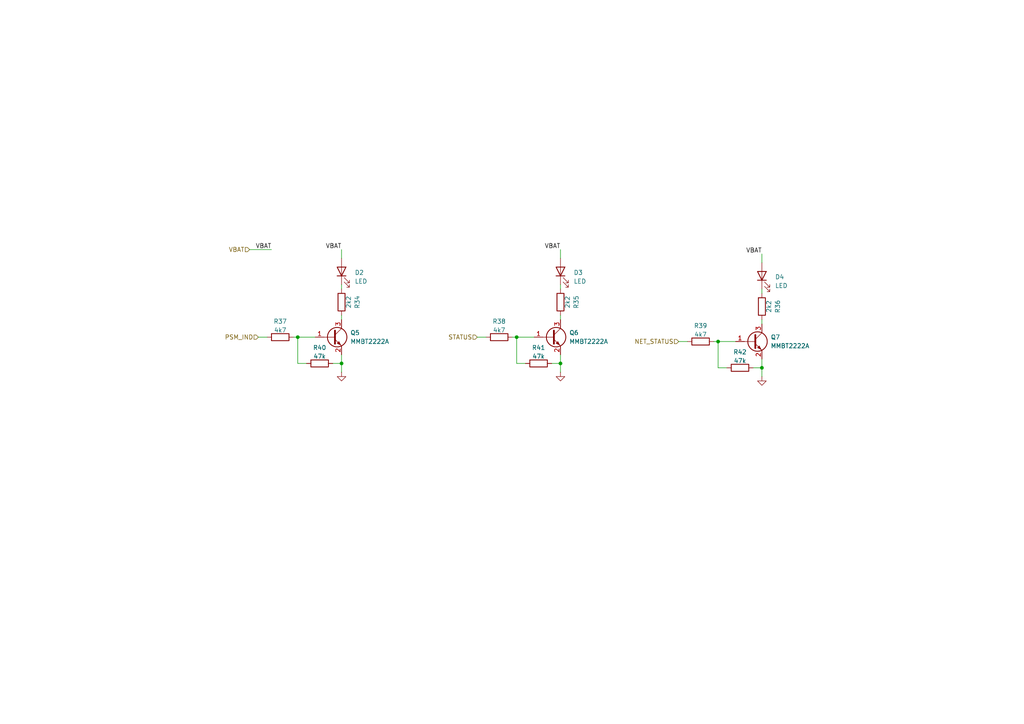
<source format=kicad_sch>
(kicad_sch (version 20250114) (generator "eeschema") (generator_version "9.0")
  (paper "A4")
  (lib_symbols
    (symbol "Device:LED" (pin_numbers (hide yes)) (pin_names (offset 1.016) (hide yes))
      (property "Reference" "D" (at 0 2.54 0))
      (property "Value" "LED" (at 0 -2.54 0))
      (symbol "LED_0_1"
        (polyline (pts (xy -3.048 -0.762) (xy -4.572 -2.286) (xy -3.81 -2.286) (xy -4.572 -2.286) (xy -4.572 -1.524)))
        (polyline (pts (xy -1.778 -0.762) (xy -3.302 -2.286) (xy -2.54 -2.286) (xy -3.302 -2.286) (xy -3.302 -1.524)))
        (polyline (pts (xy -1.27 0) (xy 1.27 0)))
        (polyline (pts (xy -1.27 -1.27) (xy -1.27 1.27)) (stroke (width 0.254)))
        (polyline (pts (xy 1.27 -1.27) (xy 1.27 1.27) (xy -1.27 0) (xy 1.27 -1.27)) (stroke (width 0.254)))
      )
      (symbol "LED_1_1"
        (pin passive line (at -3.81 0 0) (length 2.54) (name "K") (number "1"))
        (pin passive line (at 3.81 0 180) (length 2.54) (name "A") (number "2"))
      )
    )
    (symbol "Device:R" (pin_numbers (hide yes)) (pin_names (offset 0))
      (property "Reference" "R" (at 2.032 0 90))
      (property "Value" "R" (at 0 0 90))
      (symbol "R_0_1"
        (rectangle (start -1.016 -2.54) (end 1.016 2.54) (stroke (width 0.254)))
      )
      (symbol "R_1_1"
        (pin passive line (at 0 3.81 270) (length 1.27) (name "~") (number "1"))
        (pin passive line (at 0 -3.81 90) (length 1.27) (name "~") (number "2"))
      )
    )
    (symbol "Transistor_BJT:MMBT2222A" (pin_names (offset 0) (hide yes))
      (property "Reference" "Q" (at 5.08 1.905 0))
      (property "Value" "MMBT2222A" (at 5.08 0 0))
      (symbol "MMBT2222A_0_1"
        (polyline (pts (xy -2.54 0) (xy 0.635 0)))
        (polyline (pts (xy 0.635 1.905) (xy 0.635 -1.905)) (stroke (width 0.508)))
        (circle (center 1.27 0) (radius 2.8194) (stroke (width 0.254)))
      )
      (symbol "MMBT2222A_1_1"
        (polyline (pts (xy 0.635 0.635) (xy 2.54 2.54)))
        (polyline (pts (xy 0.635 -0.635) (xy 2.54 -2.54)))
        (polyline (pts (xy 1.27 -1.778) (xy 1.778 -1.27) (xy 2.286 -2.286) (xy 1.27 -1.778)) (fill (type outline)))
        (pin input line (at -5.08 0 0) (length 2.54) (name "B") (number "1"))
        (pin passive line (at 2.54 5.08 270) (length 2.54) (name "C") (number "3"))
        (pin passive line (at 2.54 -5.08 90) (length 2.54) (name "E") (number "2"))
      )
    )
    (symbol "power:GND" (power) (pin_numbers (hide yes)) (pin_names (offset 0) (hide yes))
      (property "Value" "GND" (at 0 -3.81 0))
      (symbol "GND_0_1"
        (polyline (pts (xy 0 0) (xy 0 -1.27) (xy 1.27 -1.27) (xy 0 -2.54) (xy -1.27 -1.27) (xy 0 -1.27)))
      )
      (symbol "GND_1_1"
        (pin power_in line (at 0 0 270) (length 0) (name "~") (number "1"))
      )
    )
  )
  (junction (at 149.86 97.79))
  (junction (at 162.56 105.41))
  (junction (at 208.28 99.06))
  (junction (at 86.36 97.79))
  (junction (at 220.98 106.68))
  (junction (at 99.06 105.41))
  (wire (pts (xy 220.98 73.66) (xy 220.98 76.2)))
  (wire (pts (xy 220.98 83.82) (xy 220.98 85.09)))
  (wire (pts (xy 86.36 105.41) (xy 86.36 97.79)))
  (wire (pts (xy 220.98 106.68) (xy 220.98 104.14)))
  (wire (pts (xy 208.28 99.06) (xy 207.01 99.06)))
  (wire (pts (xy 213.36 99.06) (xy 208.28 99.06)))
  (wire (pts (xy 86.36 97.79) (xy 85.09 97.79)))
  (wire (pts (xy 162.56 82.55) (xy 162.56 83.82)))
  (wire (pts (xy 152.4 105.41) (xy 149.86 105.41)))
  (wire (pts (xy 96.52 105.41) (xy 99.06 105.41)))
  (wire (pts (xy 99.06 91.44) (xy 99.06 92.71)))
  (wire (pts (xy 162.56 105.41) (xy 162.56 102.87)))
  (wire (pts (xy 99.06 105.41) (xy 99.06 107.95)))
  (wire (pts (xy 208.28 106.68) (xy 208.28 99.06)))
  (wire (pts (xy 210.82 106.68) (xy 208.28 106.68)))
  (wire (pts (xy 72.39 72.39) (xy 78.74 72.39)))
  (wire (pts (xy 162.56 91.44) (xy 162.56 92.71)))
  (wire (pts (xy 220.98 92.71) (xy 220.98 93.98)))
  (wire (pts (xy 149.86 105.41) (xy 149.86 97.79)))
  (wire (pts (xy 99.06 82.55) (xy 99.06 83.82)))
  (wire (pts (xy 162.56 72.39) (xy 162.56 74.93)))
  (wire (pts (xy 77.47 97.79) (xy 74.93 97.79)))
  (wire (pts (xy 91.44 97.79) (xy 86.36 97.79)))
  (wire (pts (xy 88.9 105.41) (xy 86.36 105.41)))
  (wire (pts (xy 199.39 99.06) (xy 196.85 99.06)))
  (wire (pts (xy 99.06 72.39) (xy 99.06 74.93)))
  (wire (pts (xy 149.86 97.79) (xy 148.59 97.79)))
  (wire (pts (xy 220.98 106.68) (xy 220.98 109.22)))
  (wire (pts (xy 154.94 97.79) (xy 149.86 97.79)))
  (wire (pts (xy 162.56 105.41) (xy 162.56 107.95)))
  (wire (pts (xy 140.97 97.79) (xy 138.43 97.79)))
  (wire (pts (xy 218.44 106.68) (xy 220.98 106.68)))
  (wire (pts (xy 160.02 105.41) (xy 162.56 105.41)))
  (wire (pts (xy 99.06 105.41) (xy 99.06 102.87)))
  (label "VBAT" (at 220.98 73.66 180))
  (label "VBAT" (at 78.74 72.39 180))
  (label "VBAT" (at 99.06 72.39 180))
  (label "VBAT" (at 162.56 72.39 180))
  (hierarchical_label "STATUS" (shape input) (at 138.43 97.79 180))
  (hierarchical_label "NET_STATUS" (shape input) (at 196.85 99.06 180))
  (hierarchical_label "PSM_IND" (shape input) (at 74.93 97.79 180))
  (hierarchical_label "VBAT" (shape input) (at 72.39 72.39 180))
  (symbol (lib_id "Device:LED") (at 220.98 80.01 90) (unit 1)
    (property "Reference" "D4" (at 224.79 80.3274 90) (effects (justify right)))
    (property "Value" "LED" (at 224.79 82.8674 90) (effects (justify right)))
    (property "Footprint" "LED_SMD:LED_0603_1608Metric" (effects (hide yes)))
    (property "Description" "Light emitting diode" (effects (hide yes)))
    (property "Sim.Pins" "1=K 2=A" (effects (hide yes)))
  )
  (symbol (lib_id "Device:R") (at 220.98 88.9 0) (mirror x) (unit 1)
    (property "Reference" "R36" (at 225.552 88.9 90))
    (property "Value" "2k2" (at 223.012 88.9 90))
    (property "Footprint" "Resistor_SMD:R_0402_1005Metric" (effects (hide yes)))
    (property "Description" "Resistor" (effects (hide yes)))
  )
  (symbol (lib_id "power:GND") (at 99.06 107.95 0) (unit 1)
    (property "Reference" "#PWR038" (effects (hide yes)))
    (property "Value" "GND" (effects (hide yes)))
    (property "Description" "Power symbol creates a global label with name \"GND\" , ground" (effects (hide yes)))
  )
  (symbol (lib_id "Transistor_BJT:MMBT2222A") (at 160.02 97.79 0) (unit 1)
    (property "Reference" "Q6" (at 165.1 96.5199 0) (effects (justify left)))
    (property "Value" "MMBT2222A" (at 165.1 99.0599 0) (effects (justify left)))
    (property "Footprint" "Package_TO_SOT_SMD:SOT-23" (effects (hide yes)))
    (property "Datasheet" "https://assets.nexperia.com/documents/data-sheet/MMBT2222A.pdf" (effects (hide yes)))
    (property "Description" "600mA Ic, 40V Vce, NPN Transistor, SOT-23" (effects (hide yes)))
  )
  (symbol (lib_id "power:GND") (at 162.56 107.95 0) (unit 1)
    (property "Reference" "#PWR039" (effects (hide yes)))
    (property "Value" "GND" (effects (hide yes)))
    (property "Description" "Power symbol creates a global label with name \"GND\" , ground" (effects (hide yes)))
  )
  (symbol (lib_id "Transistor_BJT:MMBT2222A") (at 96.52 97.79 0) (unit 1)
    (property "Reference" "Q5" (at 101.6 96.5199 0) (effects (justify left)))
    (property "Value" "MMBT2222A" (at 101.6 99.0599 0) (effects (justify left)))
    (property "Footprint" "Package_TO_SOT_SMD:SOT-23" (effects (hide yes)))
    (property "Datasheet" "https://assets.nexperia.com/documents/data-sheet/MMBT2222A.pdf" (effects (hide yes)))
    (property "Description" "600mA Ic, 40V Vce, NPN Transistor, SOT-23" (effects (hide yes)))
  )
  (symbol (lib_id "Device:LED") (at 99.06 78.74 90) (unit 1)
    (property "Reference" "D2" (at 102.87 79.0574 90) (effects (justify right)))
    (property "Value" "LED" (at 102.87 81.5974 90) (effects (justify right)))
    (property "Footprint" "LED_SMD:LED_0603_1608Metric" (effects (hide yes)))
    (property "Description" "Light emitting diode" (effects (hide yes)))
    (property "Sim.Pins" "1=K 2=A" (effects (hide yes)))
  )
  (symbol (lib_id "Device:LED") (at 162.56 78.74 90) (unit 1)
    (property "Reference" "D3" (at 166.37 79.0574 90) (effects (justify right)))
    (property "Value" "LED" (at 166.37 81.5974 90) (effects (justify right)))
    (property "Footprint" "LED_SMD:LED_0603_1608Metric" (effects (hide yes)))
    (property "Description" "Light emitting diode" (effects (hide yes)))
    (property "Sim.Pins" "1=K 2=A" (effects (hide yes)))
  )
  (symbol (lib_id "Device:R") (at 214.63 106.68 270) (mirror x) (unit 1)
    (property "Reference" "R42" (at 214.63 102.108 90))
    (property "Value" "47k" (at 214.63 104.648 90))
    (property "Footprint" "Resistor_SMD:R_0402_1005Metric" (effects (hide yes)))
    (property "Description" "Resistor" (effects (hide yes)))
  )
  (symbol (lib_id "Device:R") (at 162.56 87.63 0) (mirror x) (unit 1)
    (property "Reference" "R35" (at 167.132 87.63 90))
    (property "Value" "2k2" (at 164.592 87.63 90))
    (property "Footprint" "Resistor_SMD:R_0402_1005Metric" (effects (hide yes)))
    (property "Description" "Resistor" (effects (hide yes)))
  )
  (symbol (lib_id "Transistor_BJT:MMBT2222A") (at 218.44 99.06 0) (unit 1)
    (property "Reference" "Q7" (at 223.52 97.7899 0) (effects (justify left)))
    (property "Value" "MMBT2222A" (at 223.52 100.3299 0) (effects (justify left)))
    (property "Footprint" "Package_TO_SOT_SMD:SOT-23" (effects (hide yes)))
    (property "Datasheet" "https://assets.nexperia.com/documents/data-sheet/MMBT2222A.pdf" (effects (hide yes)))
    (property "Description" "600mA Ic, 40V Vce, NPN Transistor, SOT-23" (effects (hide yes)))
  )
  (symbol (lib_id "Device:R") (at 99.06 87.63 0) (mirror x) (unit 1)
    (property "Reference" "R34" (at 103.632 87.63 90))
    (property "Value" "2k2" (at 101.092 87.63 90))
    (property "Footprint" "Resistor_SMD:R_0402_1005Metric" (effects (hide yes)))
    (property "Description" "Resistor" (effects (hide yes)))
  )
  (symbol (lib_id "Device:R") (at 203.2 99.06 270) (mirror x) (unit 1)
    (property "Reference" "R39" (at 203.2 94.488 90))
    (property "Value" "4k7" (at 203.2 97.028 90))
    (property "Footprint" "Resistor_SMD:R_0402_1005Metric" (effects (hide yes)))
    (property "Description" "Resistor" (effects (hide yes)))
  )
  (symbol (lib_id "Device:R") (at 144.78 97.79 270) (mirror x) (unit 1)
    (property "Reference" "R38" (at 144.78 93.218 90))
    (property "Value" "4k7" (at 144.78 95.758 90))
    (property "Footprint" "Resistor_SMD:R_0402_1005Metric" (effects (hide yes)))
    (property "Description" "Resistor" (effects (hide yes)))
  )
  (symbol (lib_id "Device:R") (at 156.21 105.41 270) (mirror x) (unit 1)
    (property "Reference" "R41" (at 156.21 100.838 90))
    (property "Value" "47k" (at 156.21 103.378 90))
    (property "Footprint" "Resistor_SMD:R_0402_1005Metric" (effects (hide yes)))
    (property "Description" "Resistor" (effects (hide yes)))
  )
  (symbol (lib_id "Device:R") (at 92.71 105.41 270) (mirror x) (unit 1)
    (property "Reference" "R40" (at 92.71 100.838 90))
    (property "Value" "47k" (at 92.71 103.378 90))
    (property "Footprint" "Resistor_SMD:R_0402_1005Metric" (effects (hide yes)))
    (property "Description" "Resistor" (effects (hide yes)))
  )
  (symbol (lib_id "Device:R") (at 81.28 97.79 270) (mirror x) (unit 1)
    (property "Reference" "R37" (at 81.28 93.218 90))
    (property "Value" "4k7" (at 81.28 95.758 90))
    (property "Footprint" "Resistor_SMD:R_0402_1005Metric" (effects (hide yes)))
    (property "Description" "Resistor" (effects (hide yes)))
  )
  (symbol (lib_id "power:GND") (at 220.98 109.22 0) (unit 1)
    (property "Reference" "#PWR040" (effects (hide yes)))
    (property "Value" "GND" (effects (hide yes)))
    (property "Description" "Power symbol creates a global label with name \"GND\" , ground" (effects (hide yes)))
  )
)
</source>
